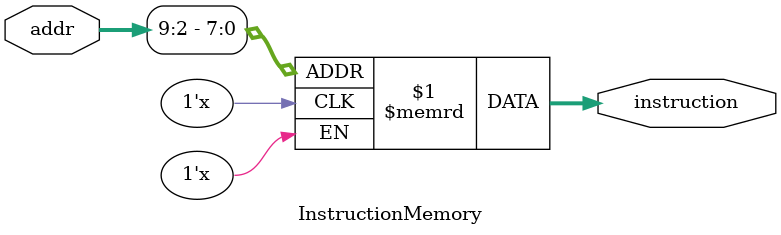
<source format=v>
`timescale 1ns / 1ps

module InstructionMemory(
    input wire [31:0] addr,      // Endereço da instrução
    output wire [31:0] instruction // Instrução lida
);

    // Memória de instruções (256 palavras de 32 bits)
    reg [31:0] memory [255:0];

    integer i;

    // Leitura combinacional
    assign instruction = memory[addr[9:2]]; // Usar bits 9:2 para indexar (alinhado por palavra)


    initial begin
        
        
        //$display("\nINST MEMO ---\n");

        //$readmemb("programbin.bin", memory);
        
        //memory[0] = 32'b001000_00000_01001_0000000000000101; // addi $t1, $zero, 5 [0]
        //$display("\n%b", memory[0]);
        //addi $2, $0, 5
        //memory[1] = 32'b001000_00000_01010_0000000000000101; // addi $t2, $zero, 4 | 5 [4]
        //$display("\n%b", memory[1]);
        //add  $3, $1, $2
        //memory[2] = 32'b000100_01001_01010_0000000000000001; // beq $t1, $t2, escreve_sete [8]
        //$display("\n%b", memory[2]);

        //memory[3] = 32'b000010_00000000000000000000000110; // j escreve_oito [12]
        //$display("\n%b", memory[3]);

        //memory[4] = 32'b001000_00000_10000_0000000000000111; // addi $s0, $zero, 7 (escreve_sete)[16]
        //$display("\n%b", memory[4]);

        //memory[5] = 32'b000010_00000000000000000000001000; // j fim (escreve_sete) [20]
        //$display("\n%b", memory[5]);

        //memory[6] = 32'b001000_00000_10000_0000000000001000; // addi $s0, $zero, 8 (escreve_oito) [24]
        //$display("\n%b", memory[6]);

        //memory[7] = 32'b000010_00000000000000000000001000; // j fim (escreve_oito) [28]
        //$display("\n%b", memory[7]);

        //for (i = 18; i < 256; i = i + 1) begin
        //    memory[i] = 32'b0;
            //$display("\n%b", memory[i]);
        //end

    end


endmodule

</source>
